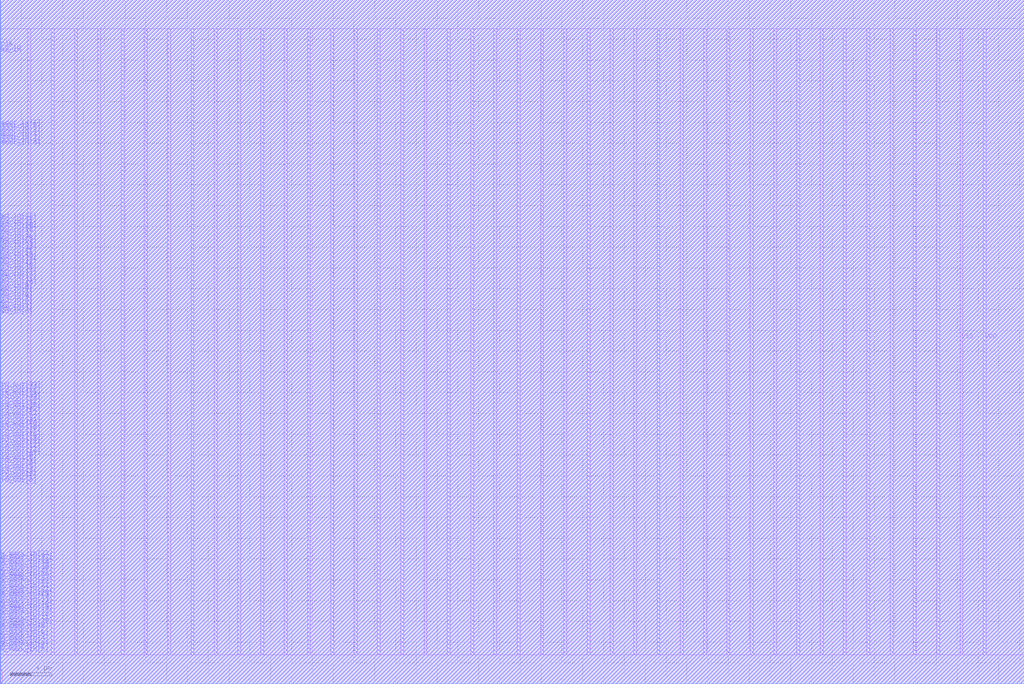
<source format=lef>
VERSION 5.7 ;
BUSBITCHARS "[]" ;
MACRO fakeram45_256x34_upper
  FOREIGN fakeram45_256x34_upper 0 0 ;
  SYMMETRY X Y R90 ;
  SIZE 0.19 BY 1.4 ;
  CLASS BLOCK ;
  PIN w_mask_in[0]
    DIRECTION INPUT ;
    USE SIGNAL ;
    SHAPE ABUTMENT ;
    PORT
      LAYER metal18 ;
      RECT 0.000 2.800 0.070 2.870 ;
    END
  END w_mask_in[0]
  PIN w_mask_in[1]
    DIRECTION INPUT ;
    USE SIGNAL ;
    SHAPE ABUTMENT ;
    PORT
      LAYER metal18 ;
      RECT 0.000 3.080 0.070 3.150 ;
    END
  END w_mask_in[1]
  PIN w_mask_in[2]
    DIRECTION INPUT ;
    USE SIGNAL ;
    SHAPE ABUTMENT ;
    PORT
      LAYER metal18 ;
      RECT 0.000 3.360 0.070 3.430 ;
    END
  END w_mask_in[2]
  PIN w_mask_in[3]
    DIRECTION INPUT ;
    USE SIGNAL ;
    SHAPE ABUTMENT ;
    PORT
      LAYER metal18 ;
      RECT 0.000 3.640 0.070 3.710 ;
    END
  END w_mask_in[3]
  PIN w_mask_in[4]
    DIRECTION INPUT ;
    USE SIGNAL ;
    SHAPE ABUTMENT ;
    PORT
      LAYER metal18 ;
      RECT 0.000 3.920 0.070 3.990 ;
    END
  END w_mask_in[4]
  PIN w_mask_in[5]
    DIRECTION INPUT ;
    USE SIGNAL ;
    SHAPE ABUTMENT ;
    PORT
      LAYER metal18 ;
      RECT 0.000 4.200 0.070 4.270 ;
    END
  END w_mask_in[5]
  PIN w_mask_in[6]
    DIRECTION INPUT ;
    USE SIGNAL ;
    SHAPE ABUTMENT ;
    PORT
      LAYER metal18 ;
      RECT 0.000 4.480 0.070 4.550 ;
    END
  END w_mask_in[6]
  PIN w_mask_in[7]
    DIRECTION INPUT ;
    USE SIGNAL ;
    SHAPE ABUTMENT ;
    PORT
      LAYER metal18 ;
      RECT 0.000 4.760 0.070 4.830 ;
    END
  END w_mask_in[7]
  PIN w_mask_in[8]
    DIRECTION INPUT ;
    USE SIGNAL ;
    SHAPE ABUTMENT ;
    PORT
      LAYER metal18 ;
      RECT 0.000 5.040 0.070 5.110 ;
    END
  END w_mask_in[8]
  PIN w_mask_in[9]
    DIRECTION INPUT ;
    USE SIGNAL ;
    SHAPE ABUTMENT ;
    PORT
      LAYER metal18 ;
      RECT 0.000 5.320 0.070 5.390 ;
    END
  END w_mask_in[9]
  PIN w_mask_in[10]
    DIRECTION INPUT ;
    USE SIGNAL ;
    SHAPE ABUTMENT ;
    PORT
      LAYER metal18 ;
      RECT 0.000 5.600 0.070 5.670 ;
    END
  END w_mask_in[10]
  PIN w_mask_in[11]
    DIRECTION INPUT ;
    USE SIGNAL ;
    SHAPE ABUTMENT ;
    PORT
      LAYER metal18 ;
      RECT 0.000 5.880 0.070 5.950 ;
    END
  END w_mask_in[11]
  PIN w_mask_in[12]
    DIRECTION INPUT ;
    USE SIGNAL ;
    SHAPE ABUTMENT ;
    PORT
      LAYER metal18 ;
      RECT 0.000 6.160 0.070 6.230 ;
    END
  END w_mask_in[12]
  PIN w_mask_in[13]
    DIRECTION INPUT ;
    USE SIGNAL ;
    SHAPE ABUTMENT ;
    PORT
      LAYER metal18 ;
      RECT 0.000 6.440 0.070 6.510 ;
    END
  END w_mask_in[13]
  PIN w_mask_in[14]
    DIRECTION INPUT ;
    USE SIGNAL ;
    SHAPE ABUTMENT ;
    PORT
      LAYER metal18 ;
      RECT 0.000 6.720 0.070 6.790 ;
    END
  END w_mask_in[14]
  PIN w_mask_in[15]
    DIRECTION INPUT ;
    USE SIGNAL ;
    SHAPE ABUTMENT ;
    PORT
      LAYER metal18 ;
      RECT 0.000 7.000 0.070 7.070 ;
    END
  END w_mask_in[15]
  PIN w_mask_in[16]
    DIRECTION INPUT ;
    USE SIGNAL ;
    SHAPE ABUTMENT ;
    PORT
      LAYER metal18 ;
      RECT 0.000 7.280 0.070 7.350 ;
    END
  END w_mask_in[16]
  PIN w_mask_in[17]
    DIRECTION INPUT ;
    USE SIGNAL ;
    SHAPE ABUTMENT ;
    PORT
      LAYER metal18 ;
      RECT 0.000 7.560 0.070 7.630 ;
    END
  END w_mask_in[17]
  PIN w_mask_in[18]
    DIRECTION INPUT ;
    USE SIGNAL ;
    SHAPE ABUTMENT ;
    PORT
      LAYER metal18 ;
      RECT 0.000 7.840 0.070 7.910 ;
    END
  END w_mask_in[18]
  PIN w_mask_in[19]
    DIRECTION INPUT ;
    USE SIGNAL ;
    SHAPE ABUTMENT ;
    PORT
      LAYER metal18 ;
      RECT 0.000 8.120 0.070 8.190 ;
    END
  END w_mask_in[19]
  PIN w_mask_in[20]
    DIRECTION INPUT ;
    USE SIGNAL ;
    SHAPE ABUTMENT ;
    PORT
      LAYER metal18 ;
      RECT 0.000 8.400 0.070 8.470 ;
    END
  END w_mask_in[20]
  PIN w_mask_in[21]
    DIRECTION INPUT ;
    USE SIGNAL ;
    SHAPE ABUTMENT ;
    PORT
      LAYER metal18 ;
      RECT 0.000 8.680 0.070 8.750 ;
    END
  END w_mask_in[21]
  PIN w_mask_in[22]
    DIRECTION INPUT ;
    USE SIGNAL ;
    SHAPE ABUTMENT ;
    PORT
      LAYER metal18 ;
      RECT 0.000 8.960 0.070 9.030 ;
    END
  END w_mask_in[22]
  PIN w_mask_in[23]
    DIRECTION INPUT ;
    USE SIGNAL ;
    SHAPE ABUTMENT ;
    PORT
      LAYER metal18 ;
      RECT 0.000 9.240 0.070 9.310 ;
    END
  END w_mask_in[23]
  PIN w_mask_in[24]
    DIRECTION INPUT ;
    USE SIGNAL ;
    SHAPE ABUTMENT ;
    PORT
      LAYER metal18 ;
      RECT 0.000 9.520 0.070 9.590 ;
    END
  END w_mask_in[24]
  PIN w_mask_in[25]
    DIRECTION INPUT ;
    USE SIGNAL ;
    SHAPE ABUTMENT ;
    PORT
      LAYER metal18 ;
      RECT 0.000 9.800 0.070 9.870 ;
    END
  END w_mask_in[25]
  PIN w_mask_in[26]
    DIRECTION INPUT ;
    USE SIGNAL ;
    SHAPE ABUTMENT ;
    PORT
      LAYER metal18 ;
      RECT 0.000 10.080 0.070 10.150 ;
    END
  END w_mask_in[26]
  PIN w_mask_in[27]
    DIRECTION INPUT ;
    USE SIGNAL ;
    SHAPE ABUTMENT ;
    PORT
      LAYER metal18 ;
      RECT 0.000 10.360 0.070 10.430 ;
    END
  END w_mask_in[27]
  PIN w_mask_in[28]
    DIRECTION INPUT ;
    USE SIGNAL ;
    SHAPE ABUTMENT ;
    PORT
      LAYER metal18 ;
      RECT 0.000 10.640 0.070 10.710 ;
    END
  END w_mask_in[28]
  PIN w_mask_in[29]
    DIRECTION INPUT ;
    USE SIGNAL ;
    SHAPE ABUTMENT ;
    PORT
      LAYER metal18 ;
      RECT 0.000 10.920 0.070 10.990 ;
    END
  END w_mask_in[29]
  PIN w_mask_in[30]
    DIRECTION INPUT ;
    USE SIGNAL ;
    SHAPE ABUTMENT ;
    PORT
      LAYER metal18 ;
      RECT 0.000 11.200 0.070 11.270 ;
    END
  END w_mask_in[30]
  PIN w_mask_in[31]
    DIRECTION INPUT ;
    USE SIGNAL ;
    SHAPE ABUTMENT ;
    PORT
      LAYER metal18 ;
      RECT 0.000 11.480 0.070 11.550 ;
    END
  END w_mask_in[31]
  PIN w_mask_in[32]
    DIRECTION INPUT ;
    USE SIGNAL ;
    SHAPE ABUTMENT ;
    PORT
      LAYER metal18 ;
      RECT 0.000 11.760 0.070 11.830 ;
    END
  END w_mask_in[32]
  PIN w_mask_in[33]
    DIRECTION INPUT ;
    USE SIGNAL ;
    SHAPE ABUTMENT ;
    PORT
      LAYER metal18 ;
      RECT 0.000 12.040 0.070 12.110 ;
    END
  END w_mask_in[33]
  PIN rd_out[0]
    DIRECTION OUTPUT ;
    USE SIGNAL ;
    SHAPE ABUTMENT ;
    PORT
      LAYER metal18 ;
      RECT 0.000 19.040 0.070 19.110 ;
    END
  END rd_out[0]
  PIN rd_out[1]
    DIRECTION OUTPUT ;
    USE SIGNAL ;
    SHAPE ABUTMENT ;
    PORT
      LAYER metal18 ;
      RECT 0.000 19.320 0.070 19.390 ;
    END
  END rd_out[1]
  PIN rd_out[2]
    DIRECTION OUTPUT ;
    USE SIGNAL ;
    SHAPE ABUTMENT ;
    PORT
      LAYER metal18 ;
      RECT 0.000 19.600 0.070 19.670 ;
    END
  END rd_out[2]
  PIN rd_out[3]
    DIRECTION OUTPUT ;
    USE SIGNAL ;
    SHAPE ABUTMENT ;
    PORT
      LAYER metal18 ;
      RECT 0.000 19.880 0.070 19.950 ;
    END
  END rd_out[3]
  PIN rd_out[4]
    DIRECTION OUTPUT ;
    USE SIGNAL ;
    SHAPE ABUTMENT ;
    PORT
      LAYER metal18 ;
      RECT 0.000 20.160 0.070 20.230 ;
    END
  END rd_out[4]
  PIN rd_out[5]
    DIRECTION OUTPUT ;
    USE SIGNAL ;
    SHAPE ABUTMENT ;
    PORT
      LAYER metal18 ;
      RECT 0.000 20.440 0.070 20.510 ;
    END
  END rd_out[5]
  PIN rd_out[6]
    DIRECTION OUTPUT ;
    USE SIGNAL ;
    SHAPE ABUTMENT ;
    PORT
      LAYER metal18 ;
      RECT 0.000 20.720 0.070 20.790 ;
    END
  END rd_out[6]
  PIN rd_out[7]
    DIRECTION OUTPUT ;
    USE SIGNAL ;
    SHAPE ABUTMENT ;
    PORT
      LAYER metal18 ;
      RECT 0.000 21.000 0.070 21.070 ;
    END
  END rd_out[7]
  PIN rd_out[8]
    DIRECTION OUTPUT ;
    USE SIGNAL ;
    SHAPE ABUTMENT ;
    PORT
      LAYER metal18 ;
      RECT 0.000 21.280 0.070 21.350 ;
    END
  END rd_out[8]
  PIN rd_out[9]
    DIRECTION OUTPUT ;
    USE SIGNAL ;
    SHAPE ABUTMENT ;
    PORT
      LAYER metal18 ;
      RECT 0.000 21.560 0.070 21.630 ;
    END
  END rd_out[9]
  PIN rd_out[10]
    DIRECTION OUTPUT ;
    USE SIGNAL ;
    SHAPE ABUTMENT ;
    PORT
      LAYER metal18 ;
      RECT 0.000 21.840 0.070 21.910 ;
    END
  END rd_out[10]
  PIN rd_out[11]
    DIRECTION OUTPUT ;
    USE SIGNAL ;
    SHAPE ABUTMENT ;
    PORT
      LAYER metal18 ;
      RECT 0.000 22.120 0.070 22.190 ;
    END
  END rd_out[11]
  PIN rd_out[12]
    DIRECTION OUTPUT ;
    USE SIGNAL ;
    SHAPE ABUTMENT ;
    PORT
      LAYER metal18 ;
      RECT 0.000 22.400 0.070 22.470 ;
    END
  END rd_out[12]
  PIN rd_out[13]
    DIRECTION OUTPUT ;
    USE SIGNAL ;
    SHAPE ABUTMENT ;
    PORT
      LAYER metal18 ;
      RECT 0.000 22.680 0.070 22.750 ;
    END
  END rd_out[13]
  PIN rd_out[14]
    DIRECTION OUTPUT ;
    USE SIGNAL ;
    SHAPE ABUTMENT ;
    PORT
      LAYER metal18 ;
      RECT 0.000 22.960 0.070 23.030 ;
    END
  END rd_out[14]
  PIN rd_out[15]
    DIRECTION OUTPUT ;
    USE SIGNAL ;
    SHAPE ABUTMENT ;
    PORT
      LAYER metal18 ;
      RECT 0.000 23.240 0.070 23.310 ;
    END
  END rd_out[15]
  PIN rd_out[16]
    DIRECTION OUTPUT ;
    USE SIGNAL ;
    SHAPE ABUTMENT ;
    PORT
      LAYER metal18 ;
      RECT 0.000 23.520 0.070 23.590 ;
    END
  END rd_out[16]
  PIN rd_out[17]
    DIRECTION OUTPUT ;
    USE SIGNAL ;
    SHAPE ABUTMENT ;
    PORT
      LAYER metal18 ;
      RECT 0.000 23.800 0.070 23.870 ;
    END
  END rd_out[17]
  PIN rd_out[18]
    DIRECTION OUTPUT ;
    USE SIGNAL ;
    SHAPE ABUTMENT ;
    PORT
      LAYER metal18 ;
      RECT 0.000 24.080 0.070 24.150 ;
    END
  END rd_out[18]
  PIN rd_out[19]
    DIRECTION OUTPUT ;
    USE SIGNAL ;
    SHAPE ABUTMENT ;
    PORT
      LAYER metal18 ;
      RECT 0.000 24.360 0.070 24.430 ;
    END
  END rd_out[19]
  PIN rd_out[20]
    DIRECTION OUTPUT ;
    USE SIGNAL ;
    SHAPE ABUTMENT ;
    PORT
      LAYER metal18 ;
      RECT 0.000 24.640 0.070 24.710 ;
    END
  END rd_out[20]
  PIN rd_out[21]
    DIRECTION OUTPUT ;
    USE SIGNAL ;
    SHAPE ABUTMENT ;
    PORT
      LAYER metal18 ;
      RECT 0.000 24.920 0.070 24.990 ;
    END
  END rd_out[21]
  PIN rd_out[22]
    DIRECTION OUTPUT ;
    USE SIGNAL ;
    SHAPE ABUTMENT ;
    PORT
      LAYER metal18 ;
      RECT 0.000 25.200 0.070 25.270 ;
    END
  END rd_out[22]
  PIN rd_out[23]
    DIRECTION OUTPUT ;
    USE SIGNAL ;
    SHAPE ABUTMENT ;
    PORT
      LAYER metal18 ;
      RECT 0.000 25.480 0.070 25.550 ;
    END
  END rd_out[23]
  PIN rd_out[24]
    DIRECTION OUTPUT ;
    USE SIGNAL ;
    SHAPE ABUTMENT ;
    PORT
      LAYER metal18 ;
      RECT 0.000 25.760 0.070 25.830 ;
    END
  END rd_out[24]
  PIN rd_out[25]
    DIRECTION OUTPUT ;
    USE SIGNAL ;
    SHAPE ABUTMENT ;
    PORT
      LAYER metal18 ;
      RECT 0.000 26.040 0.070 26.110 ;
    END
  END rd_out[25]
  PIN rd_out[26]
    DIRECTION OUTPUT ;
    USE SIGNAL ;
    SHAPE ABUTMENT ;
    PORT
      LAYER metal18 ;
      RECT 0.000 26.320 0.070 26.390 ;
    END
  END rd_out[26]
  PIN rd_out[27]
    DIRECTION OUTPUT ;
    USE SIGNAL ;
    SHAPE ABUTMENT ;
    PORT
      LAYER metal18 ;
      RECT 0.000 26.600 0.070 26.670 ;
    END
  END rd_out[27]
  PIN rd_out[28]
    DIRECTION OUTPUT ;
    USE SIGNAL ;
    SHAPE ABUTMENT ;
    PORT
      LAYER metal18 ;
      RECT 0.000 26.880 0.070 26.950 ;
    END
  END rd_out[28]
  PIN rd_out[29]
    DIRECTION OUTPUT ;
    USE SIGNAL ;
    SHAPE ABUTMENT ;
    PORT
      LAYER metal18 ;
      RECT 0.000 27.160 0.070 27.230 ;
    END
  END rd_out[29]
  PIN rd_out[30]
    DIRECTION OUTPUT ;
    USE SIGNAL ;
    SHAPE ABUTMENT ;
    PORT
      LAYER metal18 ;
      RECT 0.000 27.440 0.070 27.510 ;
    END
  END rd_out[30]
  PIN rd_out[31]
    DIRECTION OUTPUT ;
    USE SIGNAL ;
    SHAPE ABUTMENT ;
    PORT
      LAYER metal18 ;
      RECT 0.000 27.720 0.070 27.790 ;
    END
  END rd_out[31]
  PIN rd_out[32]
    DIRECTION OUTPUT ;
    USE SIGNAL ;
    SHAPE ABUTMENT ;
    PORT
      LAYER metal18 ;
      RECT 0.000 28.000 0.070 28.070 ;
    END
  END rd_out[32]
  PIN rd_out[33]
    DIRECTION OUTPUT ;
    USE SIGNAL ;
    SHAPE ABUTMENT ;
    PORT
      LAYER metal18 ;
      RECT 0.000 28.280 0.070 28.350 ;
    END
  END rd_out[33]
  PIN wd_in[0]
    DIRECTION INPUT ;
    USE SIGNAL ;
    SHAPE ABUTMENT ;
    PORT
      LAYER metal18 ;
      RECT 0.000 35.280 0.070 35.350 ;
    END
  END wd_in[0]
  PIN wd_in[1]
    DIRECTION INPUT ;
    USE SIGNAL ;
    SHAPE ABUTMENT ;
    PORT
      LAYER metal18 ;
      RECT 0.000 35.560 0.070 35.630 ;
    END
  END wd_in[1]
  PIN wd_in[2]
    DIRECTION INPUT ;
    USE SIGNAL ;
    SHAPE ABUTMENT ;
    PORT
      LAYER metal18 ;
      RECT 0.000 35.840 0.070 35.910 ;
    END
  END wd_in[2]
  PIN wd_in[3]
    DIRECTION INPUT ;
    USE SIGNAL ;
    SHAPE ABUTMENT ;
    PORT
      LAYER metal18 ;
      RECT 0.000 36.120 0.070 36.190 ;
    END
  END wd_in[3]
  PIN wd_in[4]
    DIRECTION INPUT ;
    USE SIGNAL ;
    SHAPE ABUTMENT ;
    PORT
      LAYER metal18 ;
      RECT 0.000 36.400 0.070 36.470 ;
    END
  END wd_in[4]
  PIN wd_in[5]
    DIRECTION INPUT ;
    USE SIGNAL ;
    SHAPE ABUTMENT ;
    PORT
      LAYER metal18 ;
      RECT 0.000 36.680 0.070 36.750 ;
    END
  END wd_in[5]
  PIN wd_in[6]
    DIRECTION INPUT ;
    USE SIGNAL ;
    SHAPE ABUTMENT ;
    PORT
      LAYER metal18 ;
      RECT 0.000 36.960 0.070 37.030 ;
    END
  END wd_in[6]
  PIN wd_in[7]
    DIRECTION INPUT ;
    USE SIGNAL ;
    SHAPE ABUTMENT ;
    PORT
      LAYER metal18 ;
      RECT 0.000 37.240 0.070 37.310 ;
    END
  END wd_in[7]
  PIN wd_in[8]
    DIRECTION INPUT ;
    USE SIGNAL ;
    SHAPE ABUTMENT ;
    PORT
      LAYER metal18 ;
      RECT 0.000 37.520 0.070 37.590 ;
    END
  END wd_in[8]
  PIN wd_in[9]
    DIRECTION INPUT ;
    USE SIGNAL ;
    SHAPE ABUTMENT ;
    PORT
      LAYER metal18 ;
      RECT 0.000 37.800 0.070 37.870 ;
    END
  END wd_in[9]
  PIN wd_in[10]
    DIRECTION INPUT ;
    USE SIGNAL ;
    SHAPE ABUTMENT ;
    PORT
      LAYER metal18 ;
      RECT 0.000 38.080 0.070 38.150 ;
    END
  END wd_in[10]
  PIN wd_in[11]
    DIRECTION INPUT ;
    USE SIGNAL ;
    SHAPE ABUTMENT ;
    PORT
      LAYER metal18 ;
      RECT 0.000 38.360 0.070 38.430 ;
    END
  END wd_in[11]
  PIN wd_in[12]
    DIRECTION INPUT ;
    USE SIGNAL ;
    SHAPE ABUTMENT ;
    PORT
      LAYER metal18 ;
      RECT 0.000 38.640 0.070 38.710 ;
    END
  END wd_in[12]
  PIN wd_in[13]
    DIRECTION INPUT ;
    USE SIGNAL ;
    SHAPE ABUTMENT ;
    PORT
      LAYER metal18 ;
      RECT 0.000 38.920 0.070 38.990 ;
    END
  END wd_in[13]
  PIN wd_in[14]
    DIRECTION INPUT ;
    USE SIGNAL ;
    SHAPE ABUTMENT ;
    PORT
      LAYER metal18 ;
      RECT 0.000 39.200 0.070 39.270 ;
    END
  END wd_in[14]
  PIN wd_in[15]
    DIRECTION INPUT ;
    USE SIGNAL ;
    SHAPE ABUTMENT ;
    PORT
      LAYER metal18 ;
      RECT 0.000 39.480 0.070 39.550 ;
    END
  END wd_in[15]
  PIN wd_in[16]
    DIRECTION INPUT ;
    USE SIGNAL ;
    SHAPE ABUTMENT ;
    PORT
      LAYER metal18 ;
      RECT 0.000 39.760 0.070 39.830 ;
    END
  END wd_in[16]
  PIN wd_in[17]
    DIRECTION INPUT ;
    USE SIGNAL ;
    SHAPE ABUTMENT ;
    PORT
      LAYER metal18 ;
      RECT 0.000 40.040 0.070 40.110 ;
    END
  END wd_in[17]
  PIN wd_in[18]
    DIRECTION INPUT ;
    USE SIGNAL ;
    SHAPE ABUTMENT ;
    PORT
      LAYER metal18 ;
      RECT 0.000 40.320 0.070 40.390 ;
    END
  END wd_in[18]
  PIN wd_in[19]
    DIRECTION INPUT ;
    USE SIGNAL ;
    SHAPE ABUTMENT ;
    PORT
      LAYER metal18 ;
      RECT 0.000 40.600 0.070 40.670 ;
    END
  END wd_in[19]
  PIN wd_in[20]
    DIRECTION INPUT ;
    USE SIGNAL ;
    SHAPE ABUTMENT ;
    PORT
      LAYER metal18 ;
      RECT 0.000 40.880 0.070 40.950 ;
    END
  END wd_in[20]
  PIN wd_in[21]
    DIRECTION INPUT ;
    USE SIGNAL ;
    SHAPE ABUTMENT ;
    PORT
      LAYER metal18 ;
      RECT 0.000 41.160 0.070 41.230 ;
    END
  END wd_in[21]
  PIN wd_in[22]
    DIRECTION INPUT ;
    USE SIGNAL ;
    SHAPE ABUTMENT ;
    PORT
      LAYER metal18 ;
      RECT 0.000 41.440 0.070 41.510 ;
    END
  END wd_in[22]
  PIN wd_in[23]
    DIRECTION INPUT ;
    USE SIGNAL ;
    SHAPE ABUTMENT ;
    PORT
      LAYER metal18 ;
      RECT 0.000 41.720 0.070 41.790 ;
    END
  END wd_in[23]
  PIN wd_in[24]
    DIRECTION INPUT ;
    USE SIGNAL ;
    SHAPE ABUTMENT ;
    PORT
      LAYER metal18 ;
      RECT 0.000 42.000 0.070 42.070 ;
    END
  END wd_in[24]
  PIN wd_in[25]
    DIRECTION INPUT ;
    USE SIGNAL ;
    SHAPE ABUTMENT ;
    PORT
      LAYER metal18 ;
      RECT 0.000 42.280 0.070 42.350 ;
    END
  END wd_in[25]
  PIN wd_in[26]
    DIRECTION INPUT ;
    USE SIGNAL ;
    SHAPE ABUTMENT ;
    PORT
      LAYER metal18 ;
      RECT 0.000 42.560 0.070 42.630 ;
    END
  END wd_in[26]
  PIN wd_in[27]
    DIRECTION INPUT ;
    USE SIGNAL ;
    SHAPE ABUTMENT ;
    PORT
      LAYER metal18 ;
      RECT 0.000 42.840 0.070 42.910 ;
    END
  END wd_in[27]
  PIN wd_in[28]
    DIRECTION INPUT ;
    USE SIGNAL ;
    SHAPE ABUTMENT ;
    PORT
      LAYER metal18 ;
      RECT 0.000 43.120 0.070 43.190 ;
    END
  END wd_in[28]
  PIN wd_in[29]
    DIRECTION INPUT ;
    USE SIGNAL ;
    SHAPE ABUTMENT ;
    PORT
      LAYER metal18 ;
      RECT 0.000 43.400 0.070 43.470 ;
    END
  END wd_in[29]
  PIN wd_in[30]
    DIRECTION INPUT ;
    USE SIGNAL ;
    SHAPE ABUTMENT ;
    PORT
      LAYER metal18 ;
      RECT 0.000 43.680 0.070 43.750 ;
    END
  END wd_in[30]
  PIN wd_in[31]
    DIRECTION INPUT ;
    USE SIGNAL ;
    SHAPE ABUTMENT ;
    PORT
      LAYER metal18 ;
      RECT 0.000 43.960 0.070 44.030 ;
    END
  END wd_in[31]
  PIN wd_in[32]
    DIRECTION INPUT ;
    USE SIGNAL ;
    SHAPE ABUTMENT ;
    PORT
      LAYER metal18 ;
      RECT 0.000 44.240 0.070 44.310 ;
    END
  END wd_in[32]
  PIN wd_in[33]
    DIRECTION INPUT ;
    USE SIGNAL ;
    SHAPE ABUTMENT ;
    PORT
      LAYER metal18 ;
      RECT 0.000 44.520 0.070 44.590 ;
    END
  END wd_in[33]
  PIN addr_in[0]
    DIRECTION INPUT ;
    USE SIGNAL ;
    SHAPE ABUTMENT ;
    PORT
      LAYER metal18 ;
      RECT 0.000 51.520 0.070 51.590 ;
    END
  END addr_in[0]
  PIN addr_in[1]
    DIRECTION INPUT ;
    USE SIGNAL ;
    SHAPE ABUTMENT ;
    PORT
      LAYER metal18 ;
      RECT 0.000 51.800 0.070 51.870 ;
    END
  END addr_in[1]
  PIN addr_in[2]
    DIRECTION INPUT ;
    USE SIGNAL ;
    SHAPE ABUTMENT ;
    PORT
      LAYER metal18 ;
      RECT 0.000 52.080 0.070 52.150 ;
    END
  END addr_in[2]
  PIN addr_in[3]
    DIRECTION INPUT ;
    USE SIGNAL ;
    SHAPE ABUTMENT ;
    PORT
      LAYER metal18 ;
      RECT 0.000 52.360 0.070 52.430 ;
    END
  END addr_in[3]
  PIN addr_in[4]
    DIRECTION INPUT ;
    USE SIGNAL ;
    SHAPE ABUTMENT ;
    PORT
      LAYER metal18 ;
      RECT 0.000 52.640 0.070 52.710 ;
    END
  END addr_in[4]
  PIN addr_in[5]
    DIRECTION INPUT ;
    USE SIGNAL ;
    SHAPE ABUTMENT ;
    PORT
      LAYER metal18 ;
      RECT 0.000 52.920 0.070 52.990 ;
    END
  END addr_in[5]
  PIN addr_in[6]
    DIRECTION INPUT ;
    USE SIGNAL ;
    SHAPE ABUTMENT ;
    PORT
      LAYER metal18 ;
      RECT 0.000 53.200 0.070 53.270 ;
    END
  END addr_in[6]
  PIN addr_in[7]
    DIRECTION INPUT ;
    USE SIGNAL ;
    SHAPE ABUTMENT ;
    PORT
      LAYER metal18 ;
      RECT 0.000 53.480 0.070 53.550 ;
    END
  END addr_in[7]
  PIN we_in
    DIRECTION INPUT ;
    USE SIGNAL ;
    SHAPE ABUTMENT ;
    PORT
      LAYER metal18 ;
      RECT 0.000 60.480 0.070 60.550 ;
    END
  END we_in
  PIN ce_in
    DIRECTION INPUT ;
    USE SIGNAL ;
    SHAPE ABUTMENT ;
    PORT
      LAYER metal18 ;
      RECT 0.000 60.760 0.070 60.830 ;
    END
  END ce_in
  PIN clk
    DIRECTION INPUT ;
    USE SIGNAL ;
    SHAPE ABUTMENT ;
    PORT
      LAYER metal18 ;
      RECT 0.000 61.040 0.070 61.110 ;
    END
  END clk
  PIN VSS
    DIRECTION INOUT ;
    USE GROUND ;
    PORT
      LAYER metal17 ;
      RECT 2.660 2.800 2.940 63.000 ;
      RECT 7.140 2.800 7.420 63.000 ;
      RECT 11.620 2.800 11.900 63.000 ;
      RECT 16.100 2.800 16.380 63.000 ;
      RECT 20.580 2.800 20.860 63.000 ;
      RECT 25.060 2.800 25.340 63.000 ;
      RECT 29.540 2.800 29.820 63.000 ;
      RECT 34.020 2.800 34.300 63.000 ;
      RECT 38.500 2.800 38.780 63.000 ;
      RECT 42.980 2.800 43.260 63.000 ;
      RECT 47.460 2.800 47.740 63.000 ;
      RECT 51.940 2.800 52.220 63.000 ;
      RECT 56.420 2.800 56.700 63.000 ;
      RECT 60.900 2.800 61.180 63.000 ;
      RECT 65.380 2.800 65.660 63.000 ;
      RECT 69.860 2.800 70.140 63.000 ;
      RECT 74.340 2.800 74.620 63.000 ;
      RECT 78.820 2.800 79.100 63.000 ;
      RECT 83.300 2.800 83.580 63.000 ;
      RECT 87.780 2.800 88.060 63.000 ;
      RECT 92.260 2.800 92.540 63.000 ;
    END
  END VSS
  PIN VDD
    DIRECTION INOUT ;
    USE POWER ;
    PORT
      LAYER metal17 ;
      RECT 4.900 2.800 5.180 63.000 ;
      RECT 9.380 2.800 9.660 63.000 ;
      RECT 13.860 2.800 14.140 63.000 ;
      RECT 18.340 2.800 18.620 63.000 ;
      RECT 22.820 2.800 23.100 63.000 ;
      RECT 27.300 2.800 27.580 63.000 ;
      RECT 31.780 2.800 32.060 63.000 ;
      RECT 36.260 2.800 36.540 63.000 ;
      RECT 40.740 2.800 41.020 63.000 ;
      RECT 45.220 2.800 45.500 63.000 ;
      RECT 49.700 2.800 49.980 63.000 ;
      RECT 54.180 2.800 54.460 63.000 ;
      RECT 58.660 2.800 58.940 63.000 ;
      RECT 63.140 2.800 63.420 63.000 ;
      RECT 67.620 2.800 67.900 63.000 ;
      RECT 72.100 2.800 72.380 63.000 ;
      RECT 76.580 2.800 76.860 63.000 ;
      RECT 81.060 2.800 81.340 63.000 ;
      RECT 85.540 2.800 85.820 63.000 ;
      RECT 90.020 2.800 90.300 63.000 ;
      RECT 94.500 2.800 94.780 63.000 ;
    END
  END VDD
  OBS
    LAYER metal20 ;
    RECT 0 0 98.420 65.800 ;
    LAYER metal19 ;
    RECT 0 0 98.420 65.800 ;
    LAYER metal18 ;
    RECT 0.070 0 98.420 65.800 ;
    RECT 0 0.000 0.070 2.800 ;
    RECT 0 2.870 0.070 3.080 ;
    RECT 0 3.150 0.070 3.360 ;
    RECT 0 3.430 0.070 3.640 ;
    RECT 0 3.710 0.070 3.920 ;
    RECT 0 3.990 0.070 4.200 ;
    RECT 0 4.270 0.070 4.480 ;
    RECT 0 4.550 0.070 4.760 ;
    RECT 0 4.830 0.070 5.040 ;
    RECT 0 5.110 0.070 5.320 ;
    RECT 0 5.390 0.070 5.600 ;
    RECT 0 5.670 0.070 5.880 ;
    RECT 0 5.950 0.070 6.160 ;
    RECT 0 6.230 0.070 6.440 ;
    RECT 0 6.510 0.070 6.720 ;
    RECT 0 6.790 0.070 7.000 ;
    RECT 0 7.070 0.070 7.280 ;
    RECT 0 7.350 0.070 7.560 ;
    RECT 0 7.630 0.070 7.840 ;
    RECT 0 7.910 0.070 8.120 ;
    RECT 0 8.190 0.070 8.400 ;
    RECT 0 8.470 0.070 8.680 ;
    RECT 0 8.750 0.070 8.960 ;
    RECT 0 9.030 0.070 9.240 ;
    RECT 0 9.310 0.070 9.520 ;
    RECT 0 9.590 0.070 9.800 ;
    RECT 0 9.870 0.070 10.080 ;
    RECT 0 10.150 0.070 10.360 ;
    RECT 0 10.430 0.070 10.640 ;
    RECT 0 10.710 0.070 10.920 ;
    RECT 0 10.990 0.070 11.200 ;
    RECT 0 11.270 0.070 11.480 ;
    RECT 0 11.550 0.070 11.760 ;
    RECT 0 11.830 0.070 12.040 ;
    RECT 0 12.110 0.070 19.040 ;
    RECT 0 19.110 0.070 19.320 ;
    RECT 0 19.390 0.070 19.600 ;
    RECT 0 19.670 0.070 19.880 ;
    RECT 0 19.950 0.070 20.160 ;
    RECT 0 20.230 0.070 20.440 ;
    RECT 0 20.510 0.070 20.720 ;
    RECT 0 20.790 0.070 21.000 ;
    RECT 0 21.070 0.070 21.280 ;
    RECT 0 21.350 0.070 21.560 ;
    RECT 0 21.630 0.070 21.840 ;
    RECT 0 21.910 0.070 22.120 ;
    RECT 0 22.190 0.070 22.400 ;
    RECT 0 22.470 0.070 22.680 ;
    RECT 0 22.750 0.070 22.960 ;
    RECT 0 23.030 0.070 23.240 ;
    RECT 0 23.310 0.070 23.520 ;
    RECT 0 23.590 0.070 23.800 ;
    RECT 0 23.870 0.070 24.080 ;
    RECT 0 24.150 0.070 24.360 ;
    RECT 0 24.430 0.070 24.640 ;
    RECT 0 24.710 0.070 24.920 ;
    RECT 0 24.990 0.070 25.200 ;
    RECT 0 25.270 0.070 25.480 ;
    RECT 0 25.550 0.070 25.760 ;
    RECT 0 25.830 0.070 26.040 ;
    RECT 0 26.110 0.070 26.320 ;
    RECT 0 26.390 0.070 26.600 ;
    RECT 0 26.670 0.070 26.880 ;
    RECT 0 26.950 0.070 27.160 ;
    RECT 0 27.230 0.070 27.440 ;
    RECT 0 27.510 0.070 27.720 ;
    RECT 0 27.790 0.070 28.000 ;
    RECT 0 28.070 0.070 28.280 ;
    RECT 0 28.350 0.070 35.280 ;
    RECT 0 35.350 0.070 35.560 ;
    RECT 0 35.630 0.070 35.840 ;
    RECT 0 35.910 0.070 36.120 ;
    RECT 0 36.190 0.070 36.400 ;
    RECT 0 36.470 0.070 36.680 ;
    RECT 0 36.750 0.070 36.960 ;
    RECT 0 37.030 0.070 37.240 ;
    RECT 0 37.310 0.070 37.520 ;
    RECT 0 37.590 0.070 37.800 ;
    RECT 0 37.870 0.070 38.080 ;
    RECT 0 38.150 0.070 38.360 ;
    RECT 0 38.430 0.070 38.640 ;
    RECT 0 38.710 0.070 38.920 ;
    RECT 0 38.990 0.070 39.200 ;
    RECT 0 39.270 0.070 39.480 ;
    RECT 0 39.550 0.070 39.760 ;
    RECT 0 39.830 0.070 40.040 ;
    RECT 0 40.110 0.070 40.320 ;
    RECT 0 40.390 0.070 40.600 ;
    RECT 0 40.670 0.070 40.880 ;
    RECT 0 40.950 0.070 41.160 ;
    RECT 0 41.230 0.070 41.440 ;
    RECT 0 41.510 0.070 41.720 ;
    RECT 0 41.790 0.070 42.000 ;
    RECT 0 42.070 0.070 42.280 ;
    RECT 0 42.350 0.070 42.560 ;
    RECT 0 42.630 0.070 42.840 ;
    RECT 0 42.910 0.070 43.120 ;
    RECT 0 43.190 0.070 43.400 ;
    RECT 0 43.470 0.070 43.680 ;
    RECT 0 43.750 0.070 43.960 ;
    RECT 0 44.030 0.070 44.240 ;
    RECT 0 44.310 0.070 44.520 ;
    RECT 0 44.590 0.070 51.520 ;
    RECT 0 51.590 0.070 51.800 ;
    RECT 0 51.870 0.070 52.080 ;
    RECT 0 52.150 0.070 52.360 ;
    RECT 0 52.430 0.070 52.640 ;
    RECT 0 52.710 0.070 52.920 ;
    RECT 0 52.990 0.070 53.200 ;
    RECT 0 53.270 0.070 53.480 ;
    RECT 0 53.550 0.070 60.480 ;
    RECT 0 60.550 0.070 60.760 ;
    RECT 0 60.830 0.070 61.040 ;
    RECT 0 61.110 0.070 65.800 ;
    LAYER metal17 ;
    RECT 0 0 98.420 2.800 ;
    RECT 0 63.000 98.420 65.800 ;
    RECT 0.000 2.800 2.660 63.000 ;
    RECT 2.940 2.800 4.900 63.000 ;
    RECT 5.180 2.800 7.140 63.000 ;
    RECT 7.420 2.800 9.380 63.000 ;
    RECT 9.660 2.800 11.620 63.000 ;
    RECT 11.900 2.800 13.860 63.000 ;
    RECT 14.140 2.800 16.100 63.000 ;
    RECT 16.380 2.800 18.340 63.000 ;
    RECT 18.620 2.800 20.580 63.000 ;
    RECT 20.860 2.800 22.820 63.000 ;
    RECT 23.100 2.800 25.060 63.000 ;
    RECT 25.340 2.800 27.300 63.000 ;
    RECT 27.580 2.800 29.540 63.000 ;
    RECT 29.820 2.800 31.780 63.000 ;
    RECT 32.060 2.800 34.020 63.000 ;
    RECT 34.300 2.800 36.260 63.000 ;
    RECT 36.540 2.800 38.500 63.000 ;
    RECT 38.780 2.800 40.740 63.000 ;
    RECT 41.020 2.800 42.980 63.000 ;
    RECT 43.260 2.800 45.220 63.000 ;
    RECT 45.500 2.800 47.460 63.000 ;
    RECT 47.740 2.800 49.700 63.000 ;
    RECT 49.980 2.800 51.940 63.000 ;
    RECT 52.220 2.800 54.180 63.000 ;
    RECT 54.460 2.800 56.420 63.000 ;
    RECT 56.700 2.800 58.660 63.000 ;
    RECT 58.940 2.800 60.900 63.000 ;
    RECT 61.180 2.800 63.140 63.000 ;
    RECT 63.420 2.800 65.380 63.000 ;
    RECT 65.660 2.800 67.620 63.000 ;
    RECT 67.900 2.800 69.860 63.000 ;
    RECT 70.140 2.800 72.100 63.000 ;
    RECT 72.380 2.800 74.340 63.000 ;
    RECT 74.620 2.800 76.580 63.000 ;
    RECT 76.860 2.800 78.820 63.000 ;
    RECT 79.100 2.800 81.060 63.000 ;
    RECT 81.340 2.800 83.300 63.000 ;
    RECT 83.580 2.800 85.540 63.000 ;
    RECT 85.820 2.800 87.780 63.000 ;
    RECT 88.060 2.800 90.020 63.000 ;
    RECT 90.300 2.800 92.260 63.000 ;
    RECT 92.540 2.800 94.500 63.000 ;
    RECT 94.780 2.800 98.420 63.000 ;
  END
END fakeram45_256x34_upper

END LIBRARY

</source>
